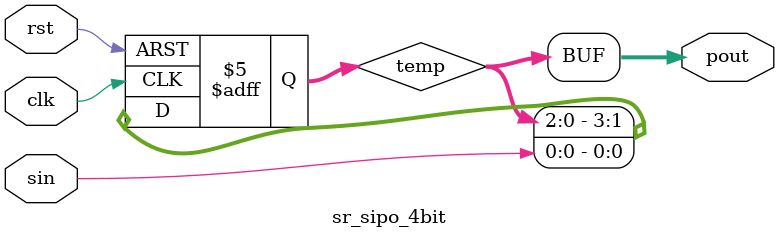
<source format=v>
module sr_sipo_4bit(sin, clk, rst, pout) ;
	
	input clk, rst, sin ;
	output [3:0] pout ;

	reg [3:0] temp ;

	always @(posedge(clk), posedge(rst))
		begin
			if (rst == 1 'b1)
					temp <= 4 'b0000 ;

			else if (clk == 1 'b1)
				begin
					temp <= temp << 1 ;
					temp[0] <= sin ;
				end
		end 
	assign pout = temp ;
endmodule






</source>
